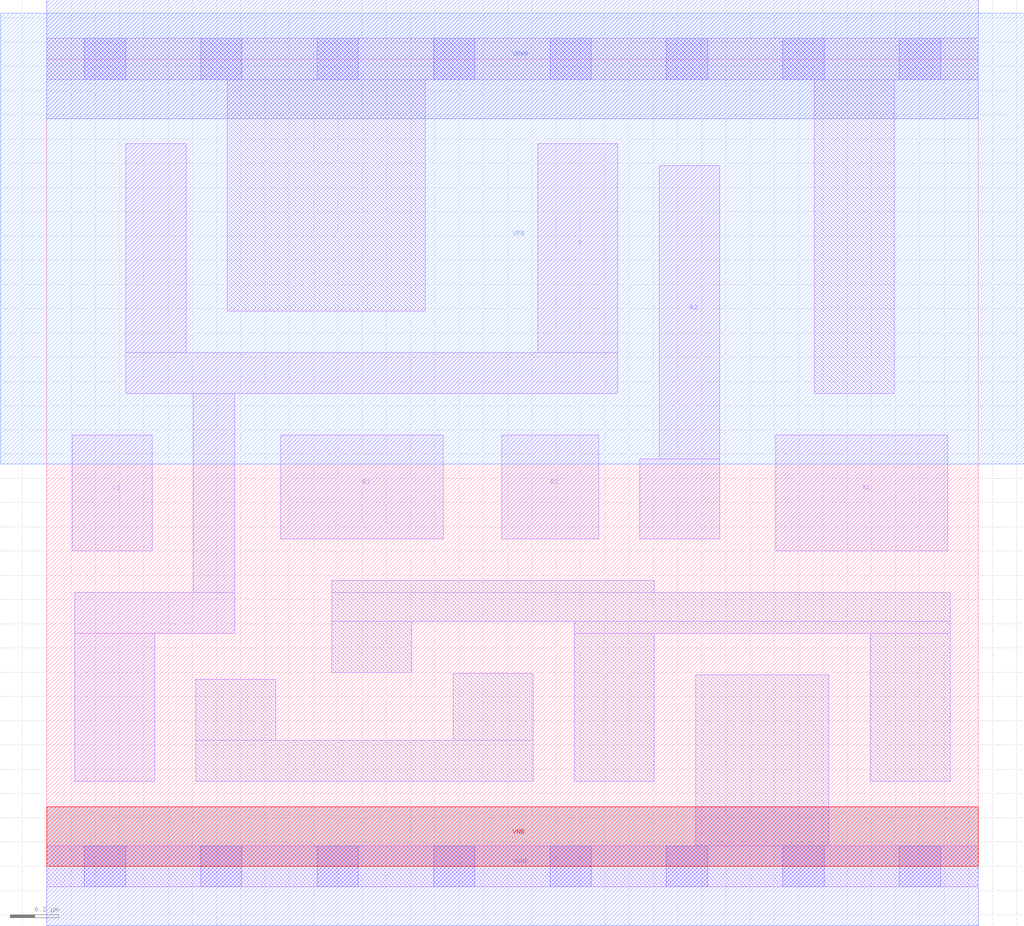
<source format=lef>
# Copyright 2020 The SkyWater PDK Authors
#
# Licensed under the Apache License, Version 2.0 (the "License");
# you may not use this file except in compliance with the License.
# You may obtain a copy of the License at
#
#     https://www.apache.org/licenses/LICENSE-2.0
#
# Unless required by applicable law or agreed to in writing, software
# distributed under the License is distributed on an "AS IS" BASIS,
# WITHOUT WARRANTIES OR CONDITIONS OF ANY KIND, either express or implied.
# See the License for the specific language governing permissions and
# limitations under the License.
#
# SPDX-License-Identifier: Apache-2.0

VERSION 5.7 ;
  NOWIREEXTENSIONATPIN ON ;
  DIVIDERCHAR "/" ;
  BUSBITCHARS "[]" ;
MACRO sky130_fd_sc_ms__o221ai_1
  CLASS CORE ;
  FOREIGN sky130_fd_sc_ms__o221ai_1 ;
  ORIGIN  0.000000  0.000000 ;
  SIZE  3.840000 BY  3.330000 ;
  SYMMETRY X Y ;
  SITE unit ;
  PIN A1
    ANTENNAGATEAREA  0.312600 ;
    DIRECTION INPUT ;
    USE SIGNAL ;
    PORT
      LAYER li1 ;
        RECT 3.005000 1.300000 3.715000 1.780000 ;
    END
  END A1
  PIN A2
    ANTENNAGATEAREA  0.312600 ;
    DIRECTION INPUT ;
    USE SIGNAL ;
    PORT
      LAYER li1 ;
        RECT 2.445000 1.350000 2.775000 1.680000 ;
        RECT 2.525000 1.680000 2.775000 2.890000 ;
    END
  END A2
  PIN B1
    ANTENNAGATEAREA  0.312600 ;
    DIRECTION INPUT ;
    USE SIGNAL ;
    PORT
      LAYER li1 ;
        RECT 0.965000 1.350000 1.635000 1.780000 ;
    END
  END B1
  PIN B2
    ANTENNAGATEAREA  0.312600 ;
    DIRECTION INPUT ;
    USE SIGNAL ;
    PORT
      LAYER li1 ;
        RECT 1.875000 1.350000 2.275000 1.780000 ;
    END
  END B2
  PIN C1
    ANTENNAGATEAREA  0.312600 ;
    DIRECTION INPUT ;
    USE SIGNAL ;
    PORT
      LAYER li1 ;
        RECT 0.105000 1.300000 0.435000 1.780000 ;
    END
  END C1
  PIN Y
    ANTENNADIFFAREA  0.961300 ;
    DIRECTION OUTPUT ;
    USE SIGNAL ;
    PORT
      LAYER li1 ;
        RECT 0.115000 0.350000 0.445000 0.960000 ;
        RECT 0.115000 0.960000 0.775000 1.130000 ;
        RECT 0.325000 1.950000 2.355000 2.120000 ;
        RECT 0.325000 2.120000 0.575000 2.980000 ;
        RECT 0.605000 1.130000 0.775000 1.950000 ;
        RECT 2.025000 2.120000 2.355000 2.980000 ;
    END
  END Y
  PIN VGND
    DIRECTION INOUT ;
    USE GROUND ;
    PORT
      LAYER met1 ;
        RECT 0.000000 -0.245000 3.840000 0.245000 ;
    END
  END VGND
  PIN VNB
    DIRECTION INOUT ;
    USE GROUND ;
    PORT
      LAYER pwell ;
        RECT 0.000000 0.000000 3.840000 0.245000 ;
    END
  END VNB
  PIN VPB
    DIRECTION INOUT ;
    USE POWER ;
    PORT
      LAYER nwell ;
        RECT -0.190000 1.660000 4.030000 3.520000 ;
    END
  END VPB
  PIN VPWR
    DIRECTION INOUT ;
    USE POWER ;
    PORT
      LAYER met1 ;
        RECT 0.000000 3.085000 3.840000 3.575000 ;
    END
  END VPWR
  OBS
    LAYER li1 ;
      RECT 0.000000 -0.085000 3.840000 0.085000 ;
      RECT 0.000000  3.245000 3.840000 3.415000 ;
      RECT 0.615000  0.350000 2.005000 0.520000 ;
      RECT 0.615000  0.520000 0.945000 0.770000 ;
      RECT 0.745000  2.290000 1.560000 3.245000 ;
      RECT 1.175000  0.800000 1.505000 1.010000 ;
      RECT 1.175000  1.010000 3.725000 1.130000 ;
      RECT 1.175000  1.130000 2.505000 1.180000 ;
      RECT 1.675000  0.520000 2.005000 0.795000 ;
      RECT 2.175000  0.350000 2.505000 0.960000 ;
      RECT 2.175000  0.960000 3.725000 1.010000 ;
      RECT 2.675000  0.085000 3.225000 0.790000 ;
      RECT 3.165000  1.950000 3.495000 3.245000 ;
      RECT 3.395000  0.350000 3.725000 0.960000 ;
    LAYER mcon ;
      RECT 0.155000 -0.085000 0.325000 0.085000 ;
      RECT 0.155000  3.245000 0.325000 3.415000 ;
      RECT 0.635000 -0.085000 0.805000 0.085000 ;
      RECT 0.635000  3.245000 0.805000 3.415000 ;
      RECT 1.115000 -0.085000 1.285000 0.085000 ;
      RECT 1.115000  3.245000 1.285000 3.415000 ;
      RECT 1.595000 -0.085000 1.765000 0.085000 ;
      RECT 1.595000  3.245000 1.765000 3.415000 ;
      RECT 2.075000 -0.085000 2.245000 0.085000 ;
      RECT 2.075000  3.245000 2.245000 3.415000 ;
      RECT 2.555000 -0.085000 2.725000 0.085000 ;
      RECT 2.555000  3.245000 2.725000 3.415000 ;
      RECT 3.035000 -0.085000 3.205000 0.085000 ;
      RECT 3.035000  3.245000 3.205000 3.415000 ;
      RECT 3.515000 -0.085000 3.685000 0.085000 ;
      RECT 3.515000  3.245000 3.685000 3.415000 ;
  END
END sky130_fd_sc_ms__o221ai_1
END LIBRARY

</source>
